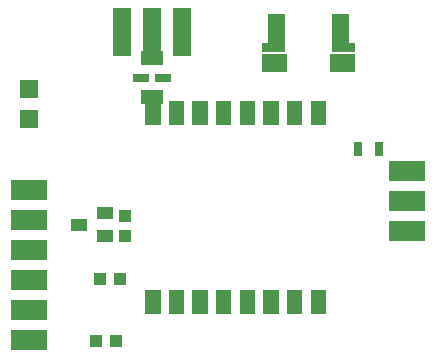
<source format=gbs>
G04 DipTrace 2.3.1.0*
%INPowerTowerRX_Rev4.GBS*%
%MOIN*%
%ADD25R,0.0394X0.0433*%
%ADD26R,0.0433X0.0394*%
%ADD28R,0.0315X0.0472*%
%ADD33R,0.06X0.16*%
%ADD42R,0.0551X0.0394*%
%ADD65R,0.053X0.028*%
%ADD67R,0.075X0.045*%
%ADD75R,0.0631X0.0631*%
%ADD90R,0.1221X0.067*%
%FSLAX44Y44*%
G04*
G70*
G90*
G75*
G01*
%LNBotMask*%
%LPD*%
D90*
X1030Y6160D3*
Y7160D3*
Y8160D3*
Y5160D3*
Y4160D3*
Y3160D3*
D28*
X11990Y9550D3*
X12699D3*
D75*
X1030Y11550D3*
X1040Y10550D3*
D90*
X13650Y8790D3*
Y7790D3*
Y6790D3*
D25*
X4240Y6650D3*
Y7319D3*
D26*
X3280Y3140D3*
X3949D3*
X3410Y5190D3*
X4079D3*
D33*
X6150Y13430D3*
X5150D3*
X4150D3*
G36*
X5426Y11124D2*
X4914D1*
Y10336D1*
X5426D1*
Y11124D1*
G37*
G36*
X6213D2*
X5701D1*
Y10336D1*
X6213D1*
Y11124D1*
G37*
G36*
X7001D2*
X6489D1*
Y10336D1*
X7001D1*
Y11124D1*
G37*
G36*
X7788D2*
X7276D1*
Y10336D1*
X7788D1*
Y11124D1*
G37*
G36*
X8576D2*
X8064D1*
Y10336D1*
X8576D1*
Y11124D1*
G37*
G36*
X9363D2*
X8851D1*
Y10336D1*
X9363D1*
Y11124D1*
G37*
G36*
X10150D2*
X9639D1*
Y10336D1*
X10150D1*
Y11124D1*
G37*
G36*
X10938D2*
X10426D1*
Y10336D1*
X10938D1*
Y11124D1*
G37*
G36*
Y4824D2*
X10426D1*
Y4037D1*
X10938D1*
Y4824D1*
G37*
G36*
X10150D2*
X9639D1*
Y4037D1*
X10150D1*
Y4824D1*
G37*
G36*
X9363D2*
X8851D1*
Y4037D1*
X9363D1*
Y4824D1*
G37*
G36*
X8576D2*
X8064D1*
Y4037D1*
X8576D1*
Y4824D1*
G37*
G36*
X7788D2*
X7276D1*
Y4037D1*
X7788D1*
Y4824D1*
G37*
G36*
X7001D2*
X6489D1*
Y4037D1*
X7001D1*
Y4824D1*
G37*
G36*
X6213D2*
X5701D1*
Y4037D1*
X6213D1*
Y4824D1*
G37*
G36*
X5426D2*
X4914D1*
Y4037D1*
X5426D1*
Y4824D1*
G37*
D67*
X5150Y12560D3*
Y11280D3*
D65*
X4780Y11920D3*
X5520D3*
D42*
X2710Y7020D3*
X3576Y6646D3*
Y7394D3*
G36*
X8799Y12093D2*
Y12707D1*
X9627D1*
Y12093D1*
X8799D1*
G37*
G36*
X9558Y12766D2*
X8799D1*
Y13081D1*
X9006D1*
Y14046D1*
X9558D1*
Y12766D1*
G37*
G36*
X11703Y13081D2*
X11910D1*
Y12766D1*
X11152D1*
Y14046D1*
X11703D1*
Y13081D1*
G37*
G36*
X11910Y12707D2*
Y12093D1*
X11083D1*
Y12707D1*
X11910D1*
G37*
M02*

</source>
